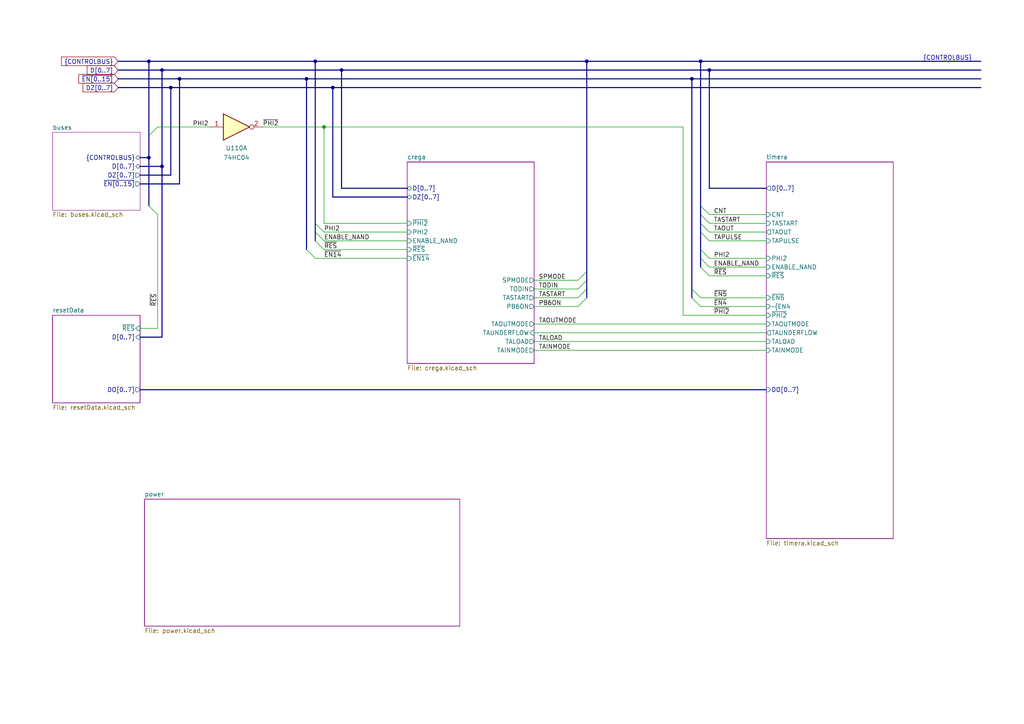
<source format=kicad_sch>
(kicad_sch (version 20211123) (generator eeschema)
  (paper "A4")
  (title_block (title "74HCT6526 Board 1") (date "2023-06-22") (rev "0.2.2") (company "Daniel Molina") (comment 1 "https://github.com/dmolinagarcia/74HCT6526"))
  (lib_symbols
    (symbol "74xx:74HC04"
      (property "Reference" "U" (at 0 1.27 0))
      (property "Value" "74HC04" (at 0 -1.27 0))
      (symbol "74HC04_1_0"
        (polyline (pts (xy -3.81 3.81) (xy -3.81 -3.81) (xy 3.81 0) (xy -3.81 3.81)) (stroke (width 0.254)) (fill (type background)))
        (pin input line (at -7.62 0 0) (length 3.81) (name "~") (number "1"))
        (pin output inverted (at 7.62 0 180) (length 3.81) (name "~") (number "2"))
      )
      (symbol "74HC04_2_0"
        (polyline (pts (xy -3.81 3.81) (xy -3.81 -3.81) (xy 3.81 0) (xy -3.81 3.81)) (stroke (width 0.254)) (fill (type background)))
        (pin input line (at -7.62 0 0) (length 3.81) (name "~") (number "3"))
        (pin output inverted (at 7.62 0 180) (length 3.81) (name "~") (number "4"))
      )
      (symbol "74HC04_3_0"
        (polyline (pts (xy -3.81 3.81) (xy -3.81 -3.81) (xy 3.81 0) (xy -3.81 3.81)) (stroke (width 0.254)) (fill (type background)))
        (pin input line (at -7.62 0 0) (length 3.81) (name "~") (number "5"))
        (pin output inverted (at 7.62 0 180) (length 3.81) (name "~") (number "6"))
      )
      (symbol "74HC04_4_0"
        (polyline (pts (xy -3.81 3.81) (xy -3.81 -3.81) (xy 3.81 0) (xy -3.81 3.81)) (stroke (width 0.254)) (fill (type background)))
        (pin output inverted (at 7.62 0 180) (length 3.81) (name "~") (number "8"))
        (pin input line (at -7.62 0 0) (length 3.81) (name "~") (number "9"))
      )
      (symbol "74HC04_5_0"
        (polyline (pts (xy -3.81 3.81) (xy -3.81 -3.81) (xy 3.81 0) (xy -3.81 3.81)) (stroke (width 0.254)) (fill (type background)))
        (pin output inverted (at 7.62 0 180) (length 3.81) (name "~") (number "10"))
        (pin input line (at -7.62 0 0) (length 3.81) (name "~") (number "11"))
      )
      (symbol "74HC04_6_0"
        (polyline (pts (xy -3.81 3.81) (xy -3.81 -3.81) (xy 3.81 0) (xy -3.81 3.81)) (stroke (width 0.254)) (fill (type background)))
        (pin output inverted (at 7.62 0 180) (length 3.81) (name "~") (number "12"))
        (pin input line (at -7.62 0 0) (length 3.81) (name "~") (number "13"))
      )
      (symbol "74HC04_7_0"
        (pin power_in line (at 0 12.7 270) (length 5.08) (name "VCC") (number "14"))
        (pin power_in line (at 0 -12.7 90) (length 5.08) (name "GND") (number "7"))
      )
      (symbol "74HC04_7_1"
        (rectangle (start -5.08 7.62) (end 5.08 -7.62) (stroke (width 0.254)) (fill (type background)))
      )
    )
  )
  (bus_alias "CONTROLBUS" (members "TASTART" "CNT" "SP" "PHI2" "~{FLAG}" "TOD" "TAPULSE" "TBPULSE" "TODIRQ" "~{IRQ}" "PB6ON" "PB7ON" "TAOUT" "TBOUT" "SPMODE" "TODIN" "ALARM" "ENABLE_NAND" "TARUNMODE" "~{RES}"))
  (bus_alias "ENABLEBUS" (members "~{EN[0..15]}"))
  (bus_alias "DATABUS" (members "D[0..7]" "DZ[0..7]"))
  (junction (at 46.99 48.26))
  (junction (at 170.18 17.78))
  (junction (at 52.07 22.86))
  (junction (at 203.2 17.78))
  (junction (at 49.53 25.4))
  (junction (at 43.18 45.72))
  (junction (at 99.06 20.32))
  (junction (at 91.44 17.78))
  (junction (at 93.98 36.83))
  (junction (at 46.99 20.32))
  (junction (at 96.52 25.4))
  (junction (at 205.74 20.32))
  (junction (at 200.66 22.86))
  (junction (at 88.9 22.86))
  (junction (at 43.18 17.78))
  (bus_entry (at 43.18 59.69) (size 2.54 2.54))
  (bus_entry (at 200.66 83.82) (size 2.54 2.54))
  (bus_entry (at 200.66 86.36) (size 2.54 2.54))
  (bus_entry (at 167.64 81.28) (size 2.54 -2.54))
  (bus_entry (at 45.72 36.83) (size -2.54 2.54))
  (bus_entry (at 167.64 88.9) (size 2.54 -2.54))
  (bus_entry (at 203.2 59.69) (size 2.54 2.54))
  (bus_entry (at 91.44 64.77) (size 2.54 2.54))
  (bus_entry (at 167.64 86.36) (size 2.54 -2.54))
  (bus_entry (at 203.2 62.23) (size 2.54 2.54))
  (bus_entry (at 203.2 64.77) (size 2.54 2.54))
  (bus_entry (at 203.2 67.31) (size 2.54 2.54))
  (bus_entry (at 203.2 72.39) (size 2.54 2.54))
  (bus_entry (at 203.2 74.93) (size 2.54 2.54))
  (bus_entry (at 203.2 77.47) (size 2.54 2.54))
  (bus_entry (at 91.44 67.31) (size 2.54 2.54))
  (bus_entry (at 91.44 69.85) (size 2.54 2.54))
  (bus_entry (at 88.9 72.39) (size 2.54 2.54))
  (bus_entry (at 167.64 83.82) (size 2.54 -2.54))
  (bus (pts (xy 99.06 54.61) (xy 99.06 20.32)))
  (bus (pts (xy 43.18 17.78) (xy 43.18 39.37)))
  (bus (pts (xy 203.2 17.78) (xy 284.48 17.78)))
  (bus (pts (xy 96.52 25.4) (xy 284.48 25.4)))
  (bus (pts (xy 222.25 54.61) (xy 205.74 54.61)))
  (wire (pts (xy 205.74 69.85) (xy 222.25 69.85)))
  (bus (pts (xy 203.2 74.93) (xy 203.2 77.47)))
  (wire (pts (xy 45.72 36.83) (xy 60.96 36.83)))
  (wire (pts (xy 198.12 91.44) (xy 222.25 91.44)))
  (bus (pts (xy 91.44 64.77) (xy 91.44 67.31)))
  (bus (pts (xy 46.99 20.32) (xy 99.06 20.32)))
  (wire (pts (xy 45.72 95.25) (xy 40.64 95.25)))
  (wire (pts (xy 91.44 74.93) (xy 118.11 74.93)))
  (bus (pts (xy 96.52 25.4) (xy 96.52 57.15)))
  (bus (pts (xy 46.99 97.79) (xy 40.64 97.79)))
  (bus (pts (xy 203.2 17.78) (xy 203.2 59.69)))
  (bus (pts (xy 40.64 48.26) (xy 46.99 48.26)))
  (wire (pts (xy 76.2 36.83) (xy 93.98 36.83)))
  (wire (pts (xy 154.94 86.36) (xy 167.64 86.36)))
  (bus (pts (xy 40.64 113.03) (xy 222.25 113.03)))
  (bus (pts (xy 96.52 57.15) (xy 118.11 57.15)))
  (bus (pts (xy 99.06 20.32) (xy 205.74 20.32)))
  (bus (pts (xy 205.74 54.61) (xy 205.74 20.32)))
  (wire (pts (xy 205.74 77.47) (xy 222.25 77.47)))
  (wire (pts (xy 205.74 80.01) (xy 222.25 80.01)))
  (wire (pts (xy 93.98 36.83) (xy 198.12 36.83)))
  (wire (pts (xy 205.74 74.93) (xy 222.25 74.93)))
  (wire (pts (xy 93.98 69.85) (xy 118.11 69.85)))
  (wire (pts (xy 93.98 72.39) (xy 118.11 72.39)))
  (bus (pts (xy 88.9 22.86) (xy 200.66 22.86)))
  (bus (pts (xy 203.2 64.77) (xy 203.2 67.31)))
  (wire (pts (xy 205.74 62.23) (xy 222.25 62.23)))
  (wire (pts (xy 205.74 64.77) (xy 222.25 64.77)))
  (wire (pts (xy 154.94 88.9) (xy 167.64 88.9)))
  (wire (pts (xy 205.74 67.31) (xy 222.25 67.31)))
  (bus (pts (xy 52.07 22.86) (xy 52.07 53.34)))
  (bus (pts (xy 91.44 17.78) (xy 91.44 64.77)))
  (bus (pts (xy 34.29 22.86) (xy 52.07 22.86)))
  (bus (pts (xy 34.29 25.4) (xy 49.53 25.4)))
  (bus (pts (xy 203.2 72.39) (xy 203.2 74.93)))
  (bus (pts (xy 40.64 50.8) (xy 49.53 50.8)))
  (bus (pts (xy 52.07 22.86) (xy 88.9 22.86)))
  (wire (pts (xy 154.94 83.82) (xy 167.64 83.82)))
  (wire (pts (xy 93.98 64.77) (xy 93.98 36.83)))
  (bus (pts (xy 205.74 20.32) (xy 284.48 20.32)))
  (bus (pts (xy 170.18 81.28) (xy 170.18 83.82)))
  (bus (pts (xy 40.64 53.34) (xy 52.07 53.34)))
  (wire (pts (xy 154.94 101.6) (xy 222.25 101.6)))
  (bus (pts (xy 170.18 78.74) (xy 170.18 81.28)))
  (bus (pts (xy 46.99 48.26) (xy 46.99 20.32)))
  (wire (pts (xy 118.11 64.77) (xy 93.98 64.77)))
  (bus (pts (xy 91.44 17.78) (xy 170.18 17.78)))
  (wire (pts (xy 198.12 91.44) (xy 198.12 36.83)))
  (bus (pts (xy 200.66 83.82) (xy 200.66 86.36)))
  (bus (pts (xy 34.29 17.78) (xy 43.18 17.78)))
  (bus (pts (xy 43.18 39.37) (xy 43.18 45.72)))
  (bus (pts (xy 49.53 25.4) (xy 96.52 25.4)))
  (bus (pts (xy 88.9 22.86) (xy 88.9 72.39)))
  (bus (pts (xy 200.66 22.86) (xy 284.48 22.86)))
  (bus (pts (xy 43.18 59.69) (xy 43.18 45.72)))
  (wire (pts (xy 154.94 93.98) (xy 222.25 93.98)))
  (wire (pts (xy 154.94 81.28) (xy 167.64 81.28)))
  (bus (pts (xy 49.53 50.8) (xy 49.53 25.4)))
  (bus (pts (xy 43.18 17.78) (xy 91.44 17.78)))
  (bus (pts (xy 203.2 62.23) (xy 203.2 64.77)))
  (bus (pts (xy 200.66 22.86) (xy 200.66 83.82)))
  (wire (pts (xy 203.2 86.36) (xy 222.25 86.36)))
  (bus (pts (xy 203.2 59.69) (xy 203.2 62.23)))
  (bus (pts (xy 46.99 48.26) (xy 46.99 97.79)))
  (bus (pts (xy 91.44 67.31) (xy 91.44 69.85)))
  (wire (pts (xy 154.94 99.06) (xy 222.25 99.06)))
  (wire (pts (xy 154.94 96.52) (xy 222.25 96.52)))
  (bus (pts (xy 170.18 17.78) (xy 203.2 17.78)))
  (wire (pts (xy 93.98 67.31) (xy 118.11 67.31)))
  (bus (pts (xy 99.06 54.61) (xy 118.11 54.61)))
  (bus (pts (xy 34.29 20.32) (xy 46.99 20.32)))
  (bus (pts (xy 203.2 67.31) (xy 203.2 72.39)))
  (wire (pts (xy 203.2 88.9) (xy 222.25 88.9)))
  (bus (pts (xy 40.64 45.72) (xy 43.18 45.72)))
  (bus (pts (xy 170.18 83.82) (xy 170.18 86.36)))
  (bus (pts (xy 170.18 17.78) (xy 170.18 78.74)))
  (wire (pts (xy 45.72 62.23) (xy 45.72 95.25)))
  (label "TASTART" (at 156.21 86.36 0))
  (label "~{EN4}" (at 207.01 88.9 0))
  (label "CNT" (at 207.01 62.23 0))
  (label "PHI2" (at 93.98 67.31 0))
  (label "PHI2" (at 55.88 36.83 0))
  (label "~{EN14}" (at 93.98 74.93 0))
  (label "~{PHI2}" (at 207.01 91.44 0))
  (label "ENABLE_NAND" (at 93.98 69.85 0))
  (label "ENABLE_NAND" (at 207.01 77.47 0))
  (label "TAOUT" (at 207.01 67.31 0))
  (label "SPMODE" (at 156.21 81.28 0))
  (label "PB6ON" (at 156.21 88.9 0))
  (label "~{RES}" (at 45.72 88.9 90))
  (label "TASTART" (at 207.01 64.77 0))
  (label "{CONTROLBUS}" (at 281.94 17.78 180))
  (label "TAINMODE" (at 156.21 101.6 0))
  (label "PHI2" (at 207.01 74.93 0))
  (label "TODIN" (at 156.21 83.82 0))
  (label "~{EN5}" (at 207.01 86.36 0))
  (label "~{PHI2}" (at 76.2 36.83 0))
  (label "TALOAD" (at 156.21 99.06 0))
  (label "~{RES}" (at 207.01 80.01 0))
  (label "TAPULSE" (at 207.01 69.85 0))
  (label "~{RES}" (at 93.98 72.39 0))
  (label "TAOUTMODE" (at 156.21 93.98 0))
  (global_label "D[0..7]" (shape input) (at 34.29 20.32 180) (property "Intersheet References" "${INTERSHEET_REFS}" (effects hide)))
  (global_label "{CONTROLBUS}" (shape input) (at 34.29 17.78 180) (property "Intersheet References" "${INTERSHEET_REFS}" (effects hide)))
  (global_label "DZ[0..7]" (shape input) (at 34.29 25.4 180) (property "Intersheet References" "${INTERSHEET_REFS}" (effects hide)))
  (global_label "~{EN[0..15]}" (shape input) (at 34.29 22.86 180) (property "Intersheet References" "${INTERSHEET_REFS}" (effects hide)))
  (symbol (lib_id "74xx:74HC04") (at 68.58 36.83 0) (unit 1)
    (property "Reference" "U110" (at 68.58 42.9449 0))
    (property "Value" "74HC04" (at 68.58 45.72 0))
    (property "Footprint" "Package_SO:SOIC-14_3.9x8.7mm_P1.27mm" (effects hide))
    (property "Datasheet" "https://assets.nexperia.com/documents/data-sheet/74HC_HCT04.pdf" (effects hide))
  )
  (sheet (at 222.25 46.99) (size 36.83 109.22) (stroke (width 0.1524) (color 132 0 132 1)) (fill (color 255 255 255 0.0000))
    (property "Sheet name" "timera" (at 222.25 46.2784 0) (effects (justify left bottom)))
    (property "Sheet file" "timera.kicad_sch" (at 222.25 156.7946 0) (effects (justify left top)))
    (pin "TALOAD" input (at 222.25 99.06 180))
    (pin "TAUNDERFLOW" output (at 222.25 96.52 180))
    (pin "TASTART" input (at 222.25 64.77 180))
    (pin "TAINMODE" input (at 222.25 101.6 180))
    (pin "D[0..7]" output (at 222.25 54.61 180))
    (pin "~{EN5}" input (at 222.25 86.36 180))
    (pin "~{EN4" input (at 222.25 88.9 180))
    (pin "DO[0..7]" input (at 222.25 113.03 180))
    (pin "ENABLE_NAND" input (at 222.25 77.47 180))
    (pin "~{RES}" input (at 222.25 80.01 180))
    (pin "CNT" input (at 222.25 62.23 180))
    (pin "PHI2" input (at 222.25 74.93 180))
    (pin "~{PHI2}" input (at 222.25 91.44 180))
    (pin "TAOUTMODE" input (at 222.25 93.98 180))
    (pin "TAPULSE" input (at 222.25 69.85 180))
    (pin "TAOUT" output (at 222.25 67.31 180))
  )
  (sheet (at 15.24 91.44) (size 25.4 25.4) (stroke (width 0.1524) (color 132 0 132 1)) (fill (color 255 255 255 0.0000))
    (property "Sheet name" "resetData" (at 15.24 90.7284 0) (effects (justify left bottom)))
    (property "Sheet file" "resetData.kicad_sch" (at 15.24 117.4246 0) (effects (justify left top)))
    (pin "DO[0..7]" output (at 40.64 113.03 0))
    (pin "~{RES}" input (at 40.64 95.25 0))
    (pin "D[0..7]" input (at 40.64 97.79 0))
  )
  (sheet (at 118.11 46.99) (size 36.83 58.42) (stroke (width 0.1524) (color 132 0 132 1)) (fill (color 255 255 255 0.0000))
    (property "Sheet name" "crega" (at 118.11 46.2784 0) (effects (justify left bottom)))
    (property "Sheet file" "crega.kicad_sch" (at 118.11 105.9946 0) (effects (justify left top)))
    (pin "DZ[0..7]" bidirectional (at 118.11 57.15 180))
    (pin "D[0..7]" bidirectional (at 118.11 54.61 180))
    (pin "ENABLE_NAND" input (at 118.11 69.85 180))
    (pin "~{EN14}" input (at 118.11 74.93 180))
    (pin "TAUNDERFLOW" input (at 154.94 96.52 0))
    (pin "~{RES}" input (at 118.11 72.39 180))
    (pin "~{PHI2}" input (at 118.11 64.77 180))
    (pin "PB6ON" output (at 154.94 88.9 0))
    (pin "TALOAD" output (at 154.94 99.06 0))
    (pin "TASTART" output (at 154.94 86.36 0))
    (pin "TAOUTMODE" output (at 154.94 93.98 0))
    (pin "TAINMODE" output (at 154.94 101.6 0))
    (pin "TODIN" output (at 154.94 83.82 0))
    (pin "SPMODE" output (at 154.94 81.28 0))
    (pin "PHI2" input (at 118.11 67.31 180))
  )
  (sheet (at 41.91 144.78) (size 91.44 36.83) (stroke (width 0.1524) (color 132 0 132 1)) (fill (color 255 255 255 0.0000))
    (property "Sheet name" "power" (at 41.91 144.0684 0) (effects (justify left bottom)))
    (property "Sheet file" "power.kicad_sch" (at 41.91 182.1946 0) (effects (justify left top)))
  )
  (sheet (at 15.24 38.354) (size 25.4 22.606) (stroke (width 0.001) (color 132 0 132 1)) (fill (color 255 255 255 0.0000))
    (property "Sheet name" "buses" (at 15.24 37.7181 0) (effects (justify left bottom)))
    (property "Sheet file" "buses.kicad_sch" (at 15.24 61.4689 0) (effects (justify left top)))
    (pin "{CONTROLBUS}" bidirectional (at 40.64 45.72 0))
    (pin "DZ[0..7]" output (at 40.64 50.8 0))
    (pin "D[0..7]" bidirectional (at 40.64 48.26 0))
    (pin "~{EN[0..15]}" output (at 40.64 53.34 0))
  )
)
</source>
